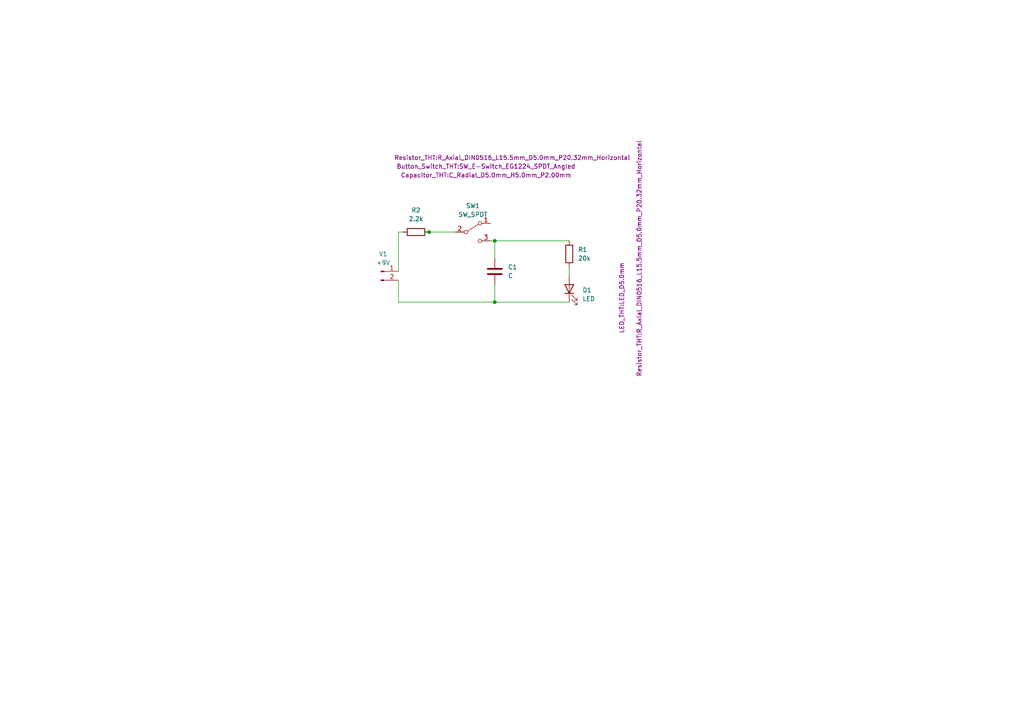
<source format=kicad_sch>
(kicad_sch (version 20211123) (generator eeschema)
  (paper "A4")
  (lib_symbols
    (symbol "Connector:Conn_01x02_Male" (pin_names (offset 1.016) hide)
      (property "Reference" "J" (at 0 2.54 0))
      (property "Value" "Conn_01x02_Male" (at 0 -5.08 0))
      (symbol "Conn_01x02_Male_1_1"
        (polyline (pts (xy 1.27 -2.54) (xy 0.8636 -2.54)) (stroke (width 0.1524)))
        (polyline (pts (xy 1.27 0) (xy 0.8636 0)) (stroke (width 0.1524)))
        (rectangle (start 0.8636 -2.413) (end 0 -2.667) (stroke (width 0.1524)) (fill (type outline)))
        (rectangle (start 0.8636 0.127) (end 0 -0.127) (stroke (width 0.1524)) (fill (type outline)))
        (pin passive line (at 5.08 0 180) (length 3.81) (name "Pin_1") (number "1"))
        (pin passive line (at 5.08 -2.54 180) (length 3.81) (name "Pin_2") (number "2"))
      )
    )
    (symbol "Device:C" (pin_numbers hide) (pin_names (offset 0.254))
      (property "Reference" "C" (at 0.635 2.54 0))
      (property "Value" "C" (at 0.635 -2.54 0))
      (symbol "C_0_1"
        (polyline (pts (xy -2.032 -0.762) (xy 2.032 -0.762)) (stroke (width 0.508)))
        (polyline (pts (xy -2.032 0.762) (xy 2.032 0.762)) (stroke (width 0.508)))
      )
      (symbol "C_1_1"
        (pin passive line (at 0 3.81 270) (length 2.794) (name "~") (number "1"))
        (pin passive line (at 0 -3.81 90) (length 2.794) (name "~") (number "2"))
      )
    )
    (symbol "Device:LED" (pin_numbers hide) (pin_names (offset 1.016) hide)
      (property "Reference" "D" (at 0 2.54 0))
      (property "Value" "LED" (at 0 -2.54 0))
      (symbol "LED_0_1"
        (polyline (pts (xy -1.27 -1.27) (xy -1.27 1.27)) (stroke (width 0.254)))
        (polyline (pts (xy -1.27 0) (xy 1.27 0)))
        (polyline (pts (xy 1.27 -1.27) (xy 1.27 1.27) (xy -1.27 0) (xy 1.27 -1.27)) (stroke (width 0.254)))
        (polyline (pts (xy -3.048 -0.762) (xy -4.572 -2.286) (xy -3.81 -2.286) (xy -4.572 -2.286) (xy -4.572 -1.524)))
        (polyline (pts (xy -1.778 -0.762) (xy -3.302 -2.286) (xy -2.54 -2.286) (xy -3.302 -2.286) (xy -3.302 -1.524)))
      )
      (symbol "LED_1_1"
        (pin passive line (at -3.81 0 0) (length 2.54) (name "K") (number "1"))
        (pin passive line (at 3.81 0 180) (length 2.54) (name "A") (number "2"))
      )
    )
    (symbol "Device:R" (pin_numbers hide) (pin_names (offset 0))
      (property "Reference" "R" (at 2.032 0 90))
      (property "Value" "R" (at 0 0 90))
      (symbol "R_0_1"
        (rectangle (start -1.016 -2.54) (end 1.016 2.54) (stroke (width 0.254)))
      )
      (symbol "R_1_1"
        (pin passive line (at 0 3.81 270) (length 1.27) (name "~") (number "1"))
        (pin passive line (at 0 -3.81 90) (length 1.27) (name "~") (number "2"))
      )
    )
    (symbol "Switch:SW_SPDT" (pin_names (offset 0) hide)
      (property "Reference" "SW" (at 0 4.318 0))
      (property "Value" "SW_SPDT" (at 0 -5.08 0))
      (symbol "SW_SPDT_0_0"
        (circle (center -2.032 0) (radius 0.508))
        (circle (center 2.032 -2.54) (radius 0.508))
      )
      (symbol "SW_SPDT_0_1"
        (polyline (pts (xy -1.524 0.254) (xy 1.651 2.286)))
        (circle (center 2.032 2.54) (radius 0.508))
      )
      (symbol "SW_SPDT_1_1"
        (pin passive line (at 5.08 2.54 180) (length 2.54) (name "A") (number "1"))
        (pin passive line (at -5.08 0 0) (length 2.54) (name "B") (number "2"))
        (pin passive line (at 5.08 -2.54 180) (length 2.54) (name "C") (number "3"))
      )
    )
  )
  (junction (at 124.46 67.31))
  (junction (at 143.51 87.63))
  (junction (at 143.51 69.85))
  (wire (pts (xy 165.1 77.47) (xy 165.1 80.01)))
  (wire (pts (xy 143.51 69.85) (xy 165.1 69.85)))
  (wire (pts (xy 142.24 69.85) (xy 143.51 69.85)))
  (wire (pts (xy 115.57 87.63) (xy 143.51 87.63)))
  (wire (pts (xy 115.57 81.28) (xy 115.57 87.63)))
  (wire (pts (xy 115.57 67.31) (xy 115.57 78.74)))
  (wire (pts (xy 132.08 67.31) (xy 124.46 67.31)))
  (wire (pts (xy 123.19 67.31) (xy 124.46 67.31)))
  (wire (pts (xy 143.51 82.55) (xy 143.51 87.63)))
  (wire (pts (xy 116.84 67.31) (xy 115.57 67.31)))
  (wire (pts (xy 143.51 87.63) (xy 165.1 87.63)))
  (wire (pts (xy 143.51 69.85) (xy 143.51 74.93)))
  (symbol (lib_id "Connector:Conn_01x02_Male") (at 110.49 78.74 0) (unit 1)
    (property "Reference" "V1" (at 111.125 73.66 0))
    (property "Value" "+9V" (at 111.125 76.2 0))
    (property "Footprint" "Connector_JST:JST_PH_B2B-PH-K_1x02_P2.00mm_Vertical" (effects hide))
  )
  (symbol (lib_id "Switch:SW_SPDT") (at 137.16 67.31 0) (unit 1)
    (property "Reference" "SW1" (at 137.16 59.69 0))
    (property "Value" "SW_SPDT" (at 137.16 62.23 0))
    (property "Footprint" "Button_Switch_THT:SW_E-Switch_EG1224_SPDT_Angled" (at 140.97 48.26 0))
  )
  (symbol (lib_id "Device:R") (at 120.65 67.31 90) (unit 1)
    (property "Reference" "R2" (at 120.65 60.96 90))
    (property "Value" "2.2k" (at 120.65 63.5 90))
    (property "Footprint" "Resistor_THT:R_Axial_DIN0516_L15.5mm_D5.0mm_P20.32mm_Horizontal" (at 148.59 45.72 90))
  )
  (symbol (lib_id "Device:LED") (at 165.1 83.82 90) (unit 1)
    (property "Reference" "D1" (at 168.91 84.1374 90) (effects (justify right)))
    (property "Value" "LED" (at 168.91 86.6774 90) (effects (justify right)))
    (property "Footprint" "LED_THT:LED_D5.0mm" (at 180.34 86.36 0))
  )
  (symbol (lib_id "Device:C") (at 143.51 78.74 0) (unit 1)
    (property "Reference" "C1" (at 147.32 77.4699 0) (effects (justify left)))
    (property "Value" "C" (at 147.32 80.0099 0) (effects (justify left)))
    (property "Footprint" "Capacitor_THT:C_Radial_D5.0mm_H5.0mm_P2.00mm" (at 140.97 50.8 0))
  )
  (symbol (lib_id "Device:R") (at 165.1 73.66 180) (unit 1)
    (property "Reference" "R1" (at 167.64 72.3899 0) (effects (justify right)))
    (property "Value" "20k" (at 167.64 74.9299 0) (effects (justify right)))
    (property "Footprint" "Resistor_THT:R_Axial_DIN0516_L15.5mm_D5.0mm_P20.32mm_Horizontal" (at 185.42 74.93 90))
  )
)
</source>
